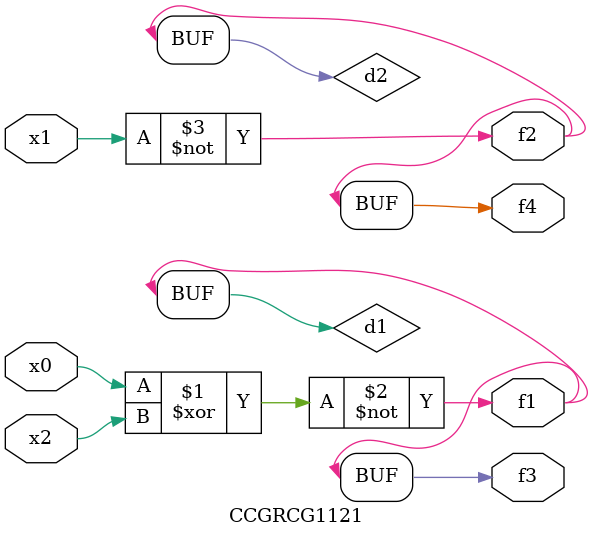
<source format=v>
module CCGRCG1121(
	input x0, x1, x2,
	output f1, f2, f3, f4
);

	wire d1, d2, d3;

	xnor (d1, x0, x2);
	nand (d2, x1);
	nor (d3, x1, x2);
	assign f1 = d1;
	assign f2 = d2;
	assign f3 = d1;
	assign f4 = d2;
endmodule

</source>
